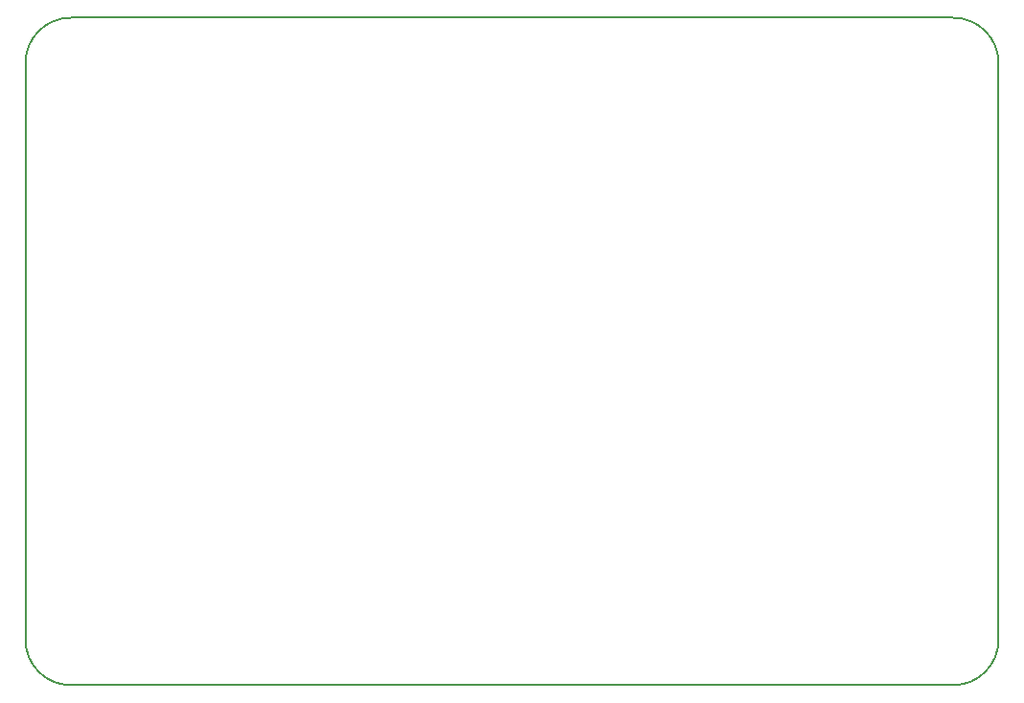
<source format=gtp>
G04*
G04 #@! TF.GenerationSoftware,Altium Limited,Altium Designer,24.4.1 (13)*
G04*
G04 Layer_Color=8421504*
%FSLAX44Y44*%
%MOMM*%
G71*
G04*
G04 #@! TF.SameCoordinates,63E37870-44FF-48FD-8248-C193DD5CA91D*
G04*
G04*
G04 #@! TF.FilePolarity,Positive*
G04*
G01*
G75*
%ADD10C,0.2000*%
D10*
X1895856Y1164458D02*
G03*
X1935856Y1124458I40000J0D01*
G01*
Y1714458D02*
G03*
X1895856Y1674458I0J-40000D01*
G01*
X2755856D02*
G03*
X2715856Y1714458I-40000J0D01*
G01*
Y1124458D02*
G03*
X2755856Y1164458I0J40000D01*
G01*
X1935856Y1714458D02*
X2715856Y1714458D01*
X1935856Y1124458D02*
X2715856Y1124458D01*
X1895856Y1674458D02*
X1895856Y1164458D01*
X2755856Y1674458D02*
X2755856Y1164458D01*
M02*

</source>
